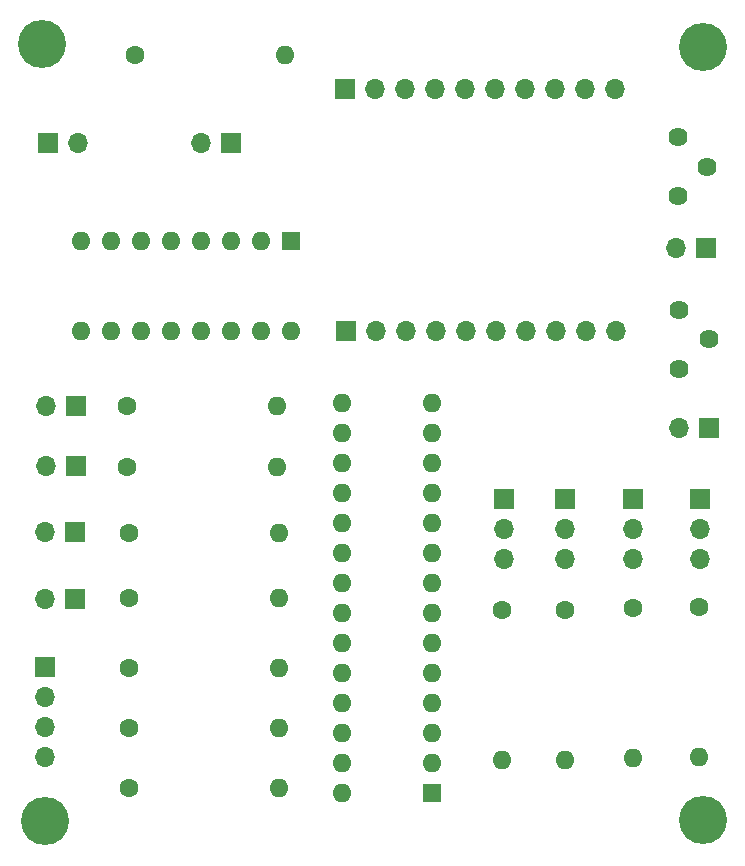
<source format=gbr>
G04 #@! TF.FileFunction,Soldermask,Bot*
%FSLAX46Y46*%
G04 Gerber Fmt 4.6, Leading zero omitted, Abs format (unit mm)*
G04 Created by KiCad (PCBNEW 4.0.6) date Fri Jul 14 14:02:12 2017*
%MOMM*%
%LPD*%
G01*
G04 APERTURE LIST*
%ADD10C,0.100000*%
%ADD11C,4.064000*%
%ADD12R,1.700000X1.700000*%
%ADD13O,1.700000X1.700000*%
%ADD14C,1.600000*%
%ADD15O,1.600000X1.600000*%
%ADD16C,1.620000*%
%ADD17R,1.600000X1.600000*%
G04 APERTURE END LIST*
D10*
D11*
X16510000Y-82042000D03*
X72263000Y-16510000D03*
X16256000Y-16256000D03*
D12*
X16764000Y-24638000D03*
D13*
X19304000Y-24638000D03*
D12*
X16510000Y-68961000D03*
D13*
X16510000Y-71501000D03*
X16510000Y-74041000D03*
X16510000Y-76581000D03*
D12*
X41910000Y-20066000D03*
D13*
X44450000Y-20066000D03*
X46990000Y-20066000D03*
X49530000Y-20066000D03*
X52070000Y-20066000D03*
X54610000Y-20066000D03*
X57150000Y-20066000D03*
X59690000Y-20066000D03*
X62230000Y-20066000D03*
X64770000Y-20066000D03*
D12*
X42037000Y-40513000D03*
D13*
X44577000Y-40513000D03*
X47117000Y-40513000D03*
X49657000Y-40513000D03*
X52197000Y-40513000D03*
X54737000Y-40513000D03*
X57277000Y-40513000D03*
X59817000Y-40513000D03*
X62357000Y-40513000D03*
X64897000Y-40513000D03*
D12*
X32258000Y-24638000D03*
D13*
X29718000Y-24638000D03*
D12*
X72517000Y-33528000D03*
D13*
X69977000Y-33528000D03*
D12*
X72771000Y-48768000D03*
D13*
X70231000Y-48768000D03*
D14*
X55245000Y-64135000D03*
D15*
X55245000Y-76835000D03*
D14*
X60579000Y-64135000D03*
D15*
X60579000Y-76835000D03*
D14*
X66294000Y-64008000D03*
D15*
X66294000Y-76708000D03*
D14*
X71882000Y-63881000D03*
D15*
X71882000Y-76581000D03*
D14*
X24130000Y-17145000D03*
D15*
X36830000Y-17145000D03*
D14*
X23622000Y-74168000D03*
D15*
X36322000Y-74168000D03*
D14*
X23622000Y-79248000D03*
D15*
X36322000Y-79248000D03*
D14*
X23622000Y-69088000D03*
D15*
X36322000Y-69088000D03*
D16*
X70104000Y-29130000D03*
X72604000Y-26630000D03*
X70104000Y-24130000D03*
X70231000Y-43735000D03*
X72731000Y-41235000D03*
X70231000Y-38735000D03*
D12*
X55372000Y-54737000D03*
D13*
X55372000Y-57277000D03*
X55372000Y-59817000D03*
D12*
X60579000Y-54737000D03*
D13*
X60579000Y-57277000D03*
X60579000Y-59817000D03*
D12*
X66294000Y-54737000D03*
D13*
X66294000Y-57277000D03*
X66294000Y-59817000D03*
D12*
X72009000Y-54737000D03*
D13*
X72009000Y-57277000D03*
X72009000Y-59817000D03*
D12*
X19177000Y-51943000D03*
D13*
X16637000Y-51943000D03*
D12*
X19050000Y-57531000D03*
D13*
X16510000Y-57531000D03*
D12*
X19050000Y-63246000D03*
D13*
X16510000Y-63246000D03*
D12*
X19177000Y-46863000D03*
D13*
X16637000Y-46863000D03*
D17*
X37338000Y-32893000D03*
D15*
X19558000Y-40513000D03*
X34798000Y-32893000D03*
X22098000Y-40513000D03*
X32258000Y-32893000D03*
X24638000Y-40513000D03*
X29718000Y-32893000D03*
X27178000Y-40513000D03*
X27178000Y-32893000D03*
X29718000Y-40513000D03*
X24638000Y-32893000D03*
X32258000Y-40513000D03*
X22098000Y-32893000D03*
X34798000Y-40513000D03*
X19558000Y-32893000D03*
X37338000Y-40513000D03*
D17*
X49276000Y-79629000D03*
D15*
X41656000Y-46609000D03*
X49276000Y-77089000D03*
X41656000Y-49149000D03*
X49276000Y-74549000D03*
X41656000Y-51689000D03*
X49276000Y-72009000D03*
X41656000Y-54229000D03*
X49276000Y-69469000D03*
X41656000Y-56769000D03*
X49276000Y-66929000D03*
X41656000Y-59309000D03*
X49276000Y-64389000D03*
X41656000Y-61849000D03*
X49276000Y-61849000D03*
X41656000Y-64389000D03*
X49276000Y-59309000D03*
X41656000Y-66929000D03*
X49276000Y-56769000D03*
X41656000Y-69469000D03*
X49276000Y-54229000D03*
X41656000Y-72009000D03*
X49276000Y-51689000D03*
X41656000Y-74549000D03*
X49276000Y-49149000D03*
X41656000Y-77089000D03*
X49276000Y-46609000D03*
X41656000Y-79629000D03*
D14*
X23495000Y-52070000D03*
D15*
X36195000Y-52070000D03*
D14*
X23622000Y-57658000D03*
D15*
X36322000Y-57658000D03*
D14*
X23622000Y-63119000D03*
D15*
X36322000Y-63119000D03*
D14*
X23495000Y-46863000D03*
D15*
X36195000Y-46863000D03*
D11*
X72263000Y-81915000D03*
M02*

</source>
